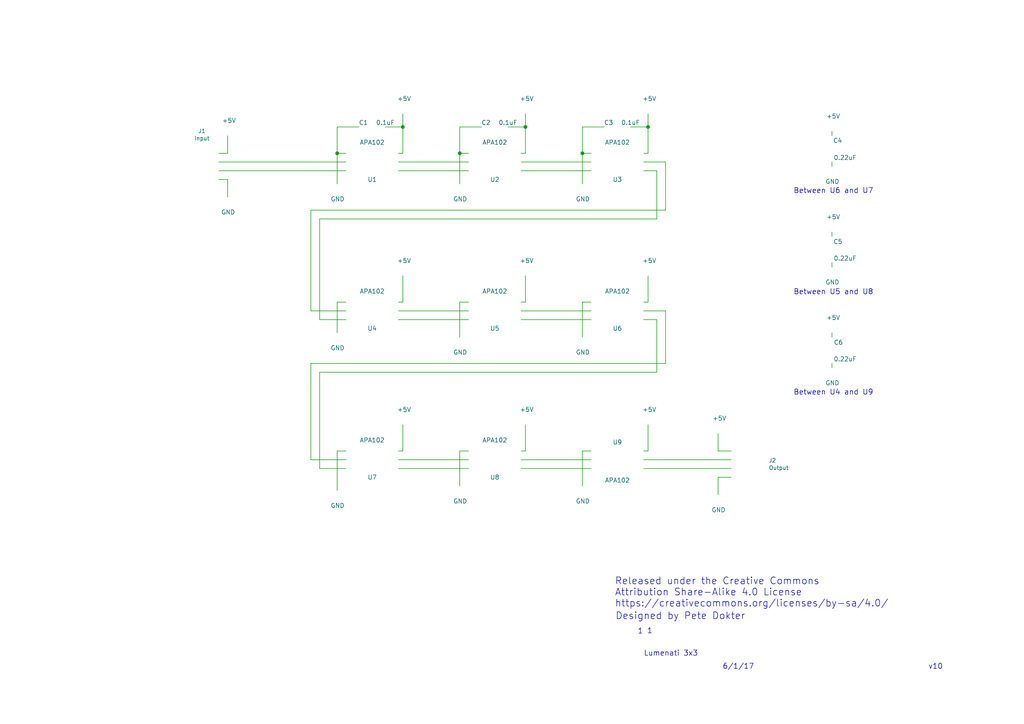
<source format=kicad_sch>
(kicad_sch (version 20230121) (generator eeschema)
  (paper "A4")
  (lib_symbols)
  (junction (at 152.4 36.83))
  (junction (at 97.79 44.45))
  (junction (at 187.96 36.83))
  (junction (at 116.84 36.83))
  (junction (at 168.91 44.45))
  (junction (at 133.35 44.45))
  (wire (pts (xy 135.89 44.45) (xy 133.35 44.45)))
  (wire (pts (xy 115.57 49.53) (xy 135.89 49.53)))
  (wire (pts (xy 152.4 130.81) (xy 151.13 130.81)))
  (wire (pts (xy 193.04 90.17) (xy 193.04 105.41)))
  (wire (pts (xy 133.35 87.63) (xy 133.35 97.79)))
  (wire (pts (xy 190.5 63.5) (xy 190.5 49.53)))
  (wire (pts (xy 241.3 96.52) (xy 241.3 97.79)))
  (wire (pts (xy 208.28 138.43) (xy 208.28 143.51)))
  (wire (pts (xy 187.96 44.45) (xy 186.69 44.45)))
  (wire (pts (xy 151.13 46.99) (xy 171.45 46.99)))
  (wire (pts (xy 100.33 135.89) (xy 92.71 135.89)))
  (wire (pts (xy 151.13 92.71) (xy 171.45 92.71)))
  (wire (pts (xy 63.5 46.99) (xy 100.33 46.99)))
  (wire (pts (xy 116.84 130.81) (xy 115.57 130.81)))
  (wire (pts (xy 186.69 46.99) (xy 193.04 46.99)))
  (wire (pts (xy 212.09 138.43) (xy 208.28 138.43)))
  (wire (pts (xy 135.89 87.63) (xy 133.35 87.63)))
  (wire (pts (xy 90.17 105.41) (xy 90.17 133.35)))
  (wire (pts (xy 168.91 36.83) (xy 168.91 44.45)))
  (wire (pts (xy 208.28 130.81) (xy 208.28 125.73)))
  (wire (pts (xy 193.04 60.96) (xy 90.17 60.96)))
  (wire (pts (xy 151.13 135.89) (xy 171.45 135.89)))
  (wire (pts (xy 92.71 92.71) (xy 92.71 63.5)))
  (wire (pts (xy 133.35 44.45) (xy 133.35 53.34)))
  (wire (pts (xy 116.84 87.63) (xy 115.57 87.63)))
  (wire (pts (xy 115.57 46.99) (xy 135.89 46.99)))
  (wire (pts (xy 212.09 130.81) (xy 208.28 130.81)))
  (wire (pts (xy 92.71 63.5) (xy 190.5 63.5)))
  (wire (pts (xy 100.33 44.45) (xy 97.79 44.45)))
  (wire (pts (xy 187.96 130.81) (xy 186.69 130.81)))
  (wire (pts (xy 168.91 44.45) (xy 168.91 53.34)))
  (wire (pts (xy 190.5 49.53) (xy 186.69 49.53)))
  (wire (pts (xy 151.13 90.17) (xy 171.45 90.17)))
  (wire (pts (xy 115.57 133.35) (xy 135.89 133.35)))
  (wire (pts (xy 187.96 33.02) (xy 187.96 36.83)))
  (wire (pts (xy 90.17 60.96) (xy 90.17 90.17)))
  (wire (pts (xy 182.88 36.83) (xy 187.96 36.83)))
  (wire (pts (xy 187.96 123.19) (xy 187.96 130.81)))
  (wire (pts (xy 193.04 105.41) (xy 90.17 105.41)))
  (wire (pts (xy 116.84 123.19) (xy 116.84 130.81)))
  (wire (pts (xy 115.57 90.17) (xy 135.89 90.17)))
  (wire (pts (xy 151.13 133.35) (xy 171.45 133.35)))
  (wire (pts (xy 241.3 76.2) (xy 241.3 77.47)))
  (wire (pts (xy 152.4 33.02) (xy 152.4 36.83)))
  (wire (pts (xy 152.4 80.01) (xy 152.4 87.63)))
  (wire (pts (xy 97.79 130.81) (xy 100.33 130.81)))
  (wire (pts (xy 139.7 36.83) (xy 133.35 36.83)))
  (wire (pts (xy 152.4 87.63) (xy 151.13 87.63)))
  (wire (pts (xy 147.32 36.83) (xy 152.4 36.83)))
  (wire (pts (xy 97.79 36.83) (xy 104.14 36.83)))
  (wire (pts (xy 190.5 92.71) (xy 186.69 92.71)))
  (wire (pts (xy 241.3 105.41) (xy 241.3 106.68)))
  (wire (pts (xy 187.96 87.63) (xy 186.69 87.63)))
  (wire (pts (xy 111.76 36.83) (xy 116.84 36.83)))
  (wire (pts (xy 152.4 123.19) (xy 152.4 130.81)))
  (wire (pts (xy 97.79 44.45) (xy 97.79 53.34)))
  (wire (pts (xy 92.71 107.95) (xy 190.5 107.95)))
  (wire (pts (xy 133.35 130.81) (xy 133.35 140.97)))
  (wire (pts (xy 90.17 133.35) (xy 100.33 133.35)))
  (wire (pts (xy 241.3 46.99) (xy 241.3 48.26)))
  (wire (pts (xy 97.79 36.83) (xy 97.79 44.45)))
  (wire (pts (xy 63.5 49.53) (xy 100.33 49.53)))
  (wire (pts (xy 168.91 87.63) (xy 168.91 97.79)))
  (wire (pts (xy 168.91 130.81) (xy 168.91 140.97)))
  (wire (pts (xy 187.96 80.01) (xy 187.96 87.63)))
  (wire (pts (xy 133.35 36.83) (xy 133.35 44.45)))
  (wire (pts (xy 152.4 36.83) (xy 152.4 44.45)))
  (wire (pts (xy 190.5 107.95) (xy 190.5 92.71)))
  (wire (pts (xy 175.26 36.83) (xy 168.91 36.83)))
  (wire (pts (xy 186.69 135.89) (xy 212.09 135.89)))
  (wire (pts (xy 187.96 36.83) (xy 187.96 44.45)))
  (wire (pts (xy 171.45 87.63) (xy 168.91 87.63)))
  (wire (pts (xy 63.5 44.45) (xy 66.04 44.45)))
  (wire (pts (xy 171.45 130.81) (xy 168.91 130.81)))
  (wire (pts (xy 193.04 46.99) (xy 193.04 60.96)))
  (wire (pts (xy 241.3 38.1) (xy 241.3 39.37)))
  (wire (pts (xy 63.5 52.07) (xy 66.04 52.07)))
  (wire (pts (xy 152.4 44.45) (xy 151.13 44.45)))
  (wire (pts (xy 92.71 135.89) (xy 92.71 107.95)))
  (wire (pts (xy 100.33 92.71) (xy 92.71 92.71)))
  (wire (pts (xy 97.79 87.63) (xy 97.79 96.52)))
  (wire (pts (xy 151.13 49.53) (xy 171.45 49.53)))
  (wire (pts (xy 186.69 133.35) (xy 212.09 133.35)))
  (wire (pts (xy 171.45 44.45) (xy 168.91 44.45)))
  (wire (pts (xy 97.79 142.24) (xy 97.79 130.81)))
  (wire (pts (xy 116.84 44.45) (xy 115.57 44.45)))
  (wire (pts (xy 135.89 130.81) (xy 133.35 130.81)))
  (wire (pts (xy 66.04 52.07) (xy 66.04 57.15)))
  (wire (pts (xy 66.04 44.45) (xy 66.04 39.37)))
  (wire (pts (xy 116.84 33.02) (xy 116.84 36.83)))
  (wire (pts (xy 186.69 90.17) (xy 193.04 90.17)))
  (wire (pts (xy 90.17 90.17) (xy 100.33 90.17)))
  (wire (pts (xy 100.33 87.63) (xy 97.79 87.63)))
  (wire (pts (xy 115.57 135.89) (xy 135.89 135.89)))
  (wire (pts (xy 241.3 67.31) (xy 241.3 68.58)))
  (wire (pts (xy 116.84 80.01) (xy 116.84 87.63)))
  (wire (pts (xy 115.57 92.71) (xy 135.89 92.71)))
  (wire (pts (xy 116.84 36.83) (xy 116.84 44.45)))
  (text "1" (at 187.6552 183.9976 0) (effects (font (size 1.524 1.524)) (justify left bottom)))
  (text "Designed by Pete Dokter" (at 178.4604 179.959 0) (effects (font (size 2.0066 2.0066)) (justify left bottom)))
  (text "Between U5 and U8" (at 230.124 85.6742 0) (effects (font (size 1.524 1.524)) (justify left bottom)))
  (text "Released under the Creative Commons\nAttribution Share-Alike 4.0 License\nhttps://creativecommons.org/licenses/by-sa/4.0/" (at 178.308 176.3014 0) (effects (font (size 2.0066 2.0066)) (justify left bottom)))
  (text "Between U6 and U7" (at 230.124 56.3372 0) (effects (font (size 1.524 1.524)) (justify left bottom)))
  (text "Between U4 and U9" (at 230.124 114.7826 0) (effects (font (size 1.524 1.524)) (justify left bottom)))
  (text "6/1/17" (at 209.55 194.31 0) (effects (font (size 1.524 1.524)) (justify left bottom)))
  (text "1" (at 184.912 184.0738 0) (effects (font (size 1.524 1.524)) (justify left bottom)))
  (text "Lumenati 3x3" (at 186.69 190.5 0) (effects (font (size 1.524 1.524)) (justify left bottom)))
  (text "v10" (at 269.24 194.31 0) (effects (font (size 1.524 1.524)) (justify left bottom)))
  (symbol (lib_id "APA102") (at 107.95 46.99 0) (mirror x) (unit 1)
    (property "Reference" "U1" (at 107.95 52.07 0))
    (property "Value" "APA102" (at 107.95 41.3004 0))
    (property "Footprint" "Pete:APA102_3" (effects hide))
    (property "Datasheet" "DOCUMENTATION" (effects hide))
  )
  (symbol (lib_id "APA102") (at 143.51 46.99 0) (mirror x) (unit 1)
    (property "Reference" "U2" (at 143.51 52.07 0))
    (property "Value" "APA102" (at 143.51 41.3004 0))
    (property "Footprint" "Pete:APA102_3" (effects hide))
    (property "Datasheet" "DOCUMENTATION" (effects hide))
  )
  (symbol (lib_id "APA102") (at 179.07 46.99 0) (mirror x) (unit 1)
    (property "Reference" "U3" (at 179.07 52.07 0))
    (property "Value" "APA102" (at 179.07 41.3004 0))
    (property "Footprint" "Pete:APA102_3" (effects hide))
    (property "Datasheet" "DOCUMENTATION" (effects hide))
  )
  (symbol (lib_id "APA102") (at 107.95 90.17 0) (mirror x) (unit 1)
    (property "Reference" "U4" (at 107.95 95.25 0))
    (property "Value" "APA102" (at 107.95 84.4804 0))
    (property "Footprint" "Pete:APA102_3" (effects hide))
    (property "Datasheet" "DOCUMENTATION" (effects hide))
  )
  (symbol (lib_id "APA102") (at 143.51 90.17 0) (mirror x) (unit 1)
    (property "Reference" "U5" (at 143.51 95.25 0))
    (property "Value" "APA102" (at 143.51 84.4804 0))
    (property "Footprint" "Pete:APA102_3" (effects hide))
    (property "Datasheet" "DOCUMENTATION" (effects hide))
  )
  (symbol (lib_id "APA102") (at 179.07 90.17 0) (mirror x) (unit 1)
    (property "Reference" "U6" (at 179.07 95.25 0))
    (property "Value" "APA102" (at 179.07 84.4804 0))
    (property "Footprint" "Pete:APA102_3" (effects hide))
    (property "Datasheet" "DOCUMENTATION" (effects hide))
  )
  (symbol (lib_id "APA102") (at 107.95 133.35 0) (mirror x) (unit 1)
    (property "Reference" "U7" (at 107.95 138.43 0))
    (property "Value" "APA102" (at 107.95 127.6604 0))
    (property "Footprint" "Pete:APA102_3" (effects hide))
    (property "Datasheet" "DOCUMENTATION" (effects hide))
  )
  (symbol (lib_id "APA102") (at 143.51 133.35 0) (mirror x) (unit 1)
    (property "Reference" "U8" (at 143.51 138.43 0))
    (property "Value" "APA102" (at 143.51 127.6604 0))
    (property "Footprint" "Pete:APA102_3" (effects hide))
    (property "Datasheet" "DOCUMENTATION" (effects hide))
  )
  (symbol (lib_id "C") (at 107.95 36.83 270) (unit 1)
    (property "Reference" "C1" (at 105.41 35.56 90))
    (property "Value" "0.1uF" (at 111.76 35.56 90))
    (property "Footprint" "Pete:0603_revised" (effects hide))
  )
  (symbol (lib_id "C") (at 143.51 36.83 270) (unit 1)
    (property "Reference" "C2" (at 140.97 35.56 90))
    (property "Value" "0.1uF" (at 147.32 35.56 90))
    (property "Footprint" "Pete:0603_revised" (effects hide))
  )
  (symbol (lib_id "C") (at 179.07 36.83 270) (unit 1)
    (property "Reference" "C3" (at 176.53 35.56 90))
    (property "Value" "0.1uF" (at 182.88 35.56 90))
    (property "Footprint" "Pete:0603_revised" (effects hide))
  )
  (symbol (lib_id "C") (at 241.3 43.18 180) (unit 1)
    (property "Reference" "C4" (at 242.9764 40.767 0))
    (property "Value" "0.22uF" (at 245.11 45.72 0))
    (property "Footprint" "Pete:0603_revised" (effects hide))
  )
  (symbol (lib_id "C") (at 241.3 72.39 180) (unit 1)
    (property "Reference" "C5" (at 243.0272 70.0786 0))
    (property "Value" "0.22uF" (at 245.11 74.93 0))
    (property "Footprint" "Pete:0603_revised" (effects hide))
  )
  (symbol (lib_id "C") (at 241.3 101.6 180) (unit 1)
    (property "Reference" "C6" (at 243.1796 99.314 0))
    (property "Value" "0.22uF" (at 245.11 104.14 0))
    (property "Footprint" "Pete:0603_revised" (effects hide))
  )
  (symbol (lib_id "+5V") (at 116.84 33.02 0) (unit 1)
    (property "Reference" "#PWR01" (effects hide))
    (property "Value" "+5V" (at 117.221 28.6258 0))
  )
  (symbol (lib_id "GND") (at 97.79 96.52 0) (unit 1)
    (property "Reference" "#PWR02" (effects hide))
    (property "Value" "GND" (at 97.917 100.9142 0))
  )
  (symbol (lib_id "GND") (at 133.35 140.97 0) (unit 1)
    (property "Reference" "#PWR03" (effects hide))
    (property "Value" "GND" (at 133.477 145.3642 0))
  )
  (symbol (lib_id "+5V") (at 152.4 80.01 0) (unit 1)
    (property "Reference" "#PWR04" (effects hide))
    (property "Value" "+5V" (at 152.781 75.6158 0))
  )
  (symbol (lib_id "+5V") (at 66.04 39.37 0) (unit 1)
    (property "Reference" "#PWR05" (effects hide))
    (property "Value" "+5V" (at 66.421 34.9758 0))
  )
  (symbol (lib_id "GND") (at 66.04 57.15 0) (unit 1)
    (property "Reference" "#PWR06" (effects hide))
    (property "Value" "GND" (at 66.167 61.5442 0))
  )
  (symbol (lib_id "+5V") (at 187.96 80.01 0) (unit 1)
    (property "Reference" "#PWR07" (effects hide))
    (property "Value" "+5V" (at 188.341 75.6158 0))
  )
  (symbol (lib_id "+5V") (at 152.4 123.19 0) (unit 1)
    (property "Reference" "#PWR08" (effects hide))
    (property "Value" "+5V" (at 152.781 118.7958 0))
  )
  (symbol (lib_id "+5V") (at 116.84 123.19 0) (unit 1)
    (property "Reference" "#PWR09" (effects hide))
    (property "Value" "+5V" (at 117.221 118.7958 0))
  )
  (symbol (lib_id "GND") (at 97.79 142.24 0) (unit 1)
    (property "Reference" "#PWR010" (effects hide))
    (property "Value" "GND" (at 97.917 146.6342 0))
  )
  (symbol (lib_id "GND") (at 168.91 97.79 0) (unit 1)
    (property "Reference" "#PWR011" (effects hide))
    (property "Value" "GND" (at 169.037 102.1842 0))
  )
  (symbol (lib_id "GND") (at 133.35 97.79 0) (unit 1)
    (property "Reference" "#PWR012" (effects hide))
    (property "Value" "GND" (at 133.477 102.1842 0))
  )
  (symbol (lib_id "+5V") (at 152.4 33.02 0) (unit 1)
    (property "Reference" "#PWR013" (effects hide))
    (property "Value" "+5V" (at 152.781 28.6258 0))
  )
  (symbol (lib_id "+5V") (at 187.96 33.02 0) (unit 1)
    (property "Reference" "#PWR014" (effects hide))
    (property "Value" "+5V" (at 188.341 28.6258 0))
  )
  (symbol (lib_id "+5V") (at 116.84 80.01 0) (unit 1)
    (property "Reference" "#PWR015" (effects hide))
    (property "Value" "+5V" (at 117.221 75.6158 0))
  )
  (symbol (lib_id "GND") (at 168.91 53.34 0) (unit 1)
    (property "Reference" "#PWR016" (effects hide))
    (property "Value" "GND" (at 169.037 57.7342 0))
  )
  (symbol (lib_id "GND") (at 133.35 53.34 0) (unit 1)
    (property "Reference" "#PWR017" (effects hide))
    (property "Value" "GND" (at 133.477 57.7342 0))
  )
  (symbol (lib_id "GND") (at 97.79 53.34 0) (unit 1)
    (property "Reference" "#PWR018" (effects hide))
    (property "Value" "GND" (at 97.917 57.7342 0))
  )
  (symbol (lib_id "OSHW-LOGOM") (at 158.75 184.15 0) (unit 1)
    (property "Reference" "LOGO2" (effects hide))
    (property "Value" "OSHW-LOGOMINI" (effects hide))
    (property "Footprint" "SparkFun:OSHW-LOGO-MINI" (effects hide))
  )
  (symbol (lib_id "SFE_LOGO_NAME_FLAME.1_INCH") (at 86.36 196.85 0) (unit 1)
    (property "Reference" "LOGO1" (effects hide))
    (property "Value" "SFE_LOGO_NAME_FLAME.1_INCH" (effects hide))
    (property "Footprint" "SparkFun:SFE_LOGO_NAME_FLAME_.1" (effects hide))
  )
  (symbol (lib_id "APA102") (at 179.07 133.35 0) (mirror x) (unit 1)
    (property "Reference" "U9" (at 179.07 128.27 0))
    (property "Value" "APA102" (at 179.07 139.2936 0))
    (property "Footprint" "Pete:APA102_3" (effects hide))
    (property "Datasheet" "DOCUMENTATION" (effects hide))
  )
  (symbol (lib_id "GND") (at 168.91 140.97 0) (unit 1)
    (property "Reference" "#PWR019" (effects hide))
    (property "Value" "GND" (at 169.037 145.3642 0))
  )
  (symbol (lib_id "+5V") (at 187.96 123.19 0) (unit 1)
    (property "Reference" "#PWR020" (effects hide))
    (property "Value" "+5V" (at 188.341 118.7958 0))
  )
  (symbol (lib_id "+5V") (at 208.28 125.73 0) (unit 1)
    (property "Reference" "#PWR021" (effects hide))
    (property "Value" "+5V" (at 208.661 121.3358 0))
  )
  (symbol (lib_id "GND") (at 208.28 143.51 0) (unit 1)
    (property "Reference" "#PWR022" (effects hide))
    (property "Value" "GND" (at 208.407 147.9042 0))
  )
  (symbol (lib_id "CONN_041X04_NO_SILK") (at 58.42 49.53 0) (unit 1)
    (property "Reference" "J1" (at 58.5724 37.9984 0) (effects (font (size 1.143 1.143))))
    (property "Value" "Input" (at 58.5724 40.132 0) (effects (font (size 1.143 1.143))))
    (property "Footprint" "SFE_Connectors:1X04_NO_SILK" (effects hide))
  )
  (symbol (lib_id "CONN_041X04_NO_SILK") (at 217.17 133.35 180) (unit 1)
    (property "Reference" "J2" (at 222.9612 133.5532 0) (effects (font (size 1.143 1.143)) (justify right)))
    (property "Value" "Output" (at 222.9612 135.6868 0) (effects (font (size 1.143 1.143)) (justify right)))
    (property "Footprint" "SFE_Connectors:1X04_NO_SILK" (effects hide))
  )
  (symbol (lib_id "FIDUCIAL1X2") (at 280.67 161.29 0) (unit 1)
    (property "Reference" "FD1" (effects hide))
    (property "Value" "FIDUCIAL1X2" (effects hide))
    (property "Footprint" "Aesthetics:FIDUCIAL-1X2" (effects hide))
    (property "Datasheet" "XXX-00000" (effects hide))
  )
  (symbol (lib_id "FIDUCIAL1X2") (at 276.86 161.29 0) (unit 1)
    (property "Reference" "FD2" (effects hide))
    (property "Value" "FIDUCIAL1X2" (effects hide))
    (property "Footprint" "Aesthetics:FIDUCIAL-1X2" (effects hide))
    (property "Datasheet" "XXX-00000" (effects hide))
  )
  (symbol (lib_id "GND") (at 241.3 48.26 0) (unit 1)
    (property "Reference" "#PWR023" (effects hide))
    (property "Value" "GND" (at 241.427 52.6542 0))
  )
  (symbol (lib_id "GND") (at 241.3 77.47 0) (unit 1)
    (property "Reference" "#PWR024" (effects hide))
    (property "Value" "GND" (at 241.427 81.8642 0))
  )
  (symbol (lib_id "GND") (at 241.3 106.68 0) (unit 1)
    (property "Reference" "#PWR025" (effects hide))
    (property "Value" "GND" (at 241.427 111.0742 0))
  )
  (symbol (lib_id "+5V") (at 241.3 96.52 0) (unit 1)
    (property "Reference" "#PWR026" (effects hide))
    (property "Value" "+5V" (at 241.681 92.1258 0))
  )
  (symbol (lib_id "+5V") (at 241.3 67.31 0) (unit 1)
    (property "Reference" "#PWR027" (effects hide))
    (property "Value" "+5V" (at 241.681 62.9158 0))
  )
  (symbol (lib_id "+5V") (at 241.3 38.1 0) (unit 1)
    (property "Reference" "#PWR028" (effects hide))
    (property "Value" "+5V" (at 241.681 33.7058 0))
  )
  (symbol (lib_id "SFE_LOGO_FLAME.4_INCH") (at 267.97 162.56 0) (unit 1)
    (property "Reference" "LOGO3" (effects hide))
    (property "Value" "SFE_LOGO_FLAME.4_INCH" (effects hide))
    (property "Footprint" "Aesthetics:SFE_LOGO_FLAME_.2" (effects hide))
  )
)
</source>
